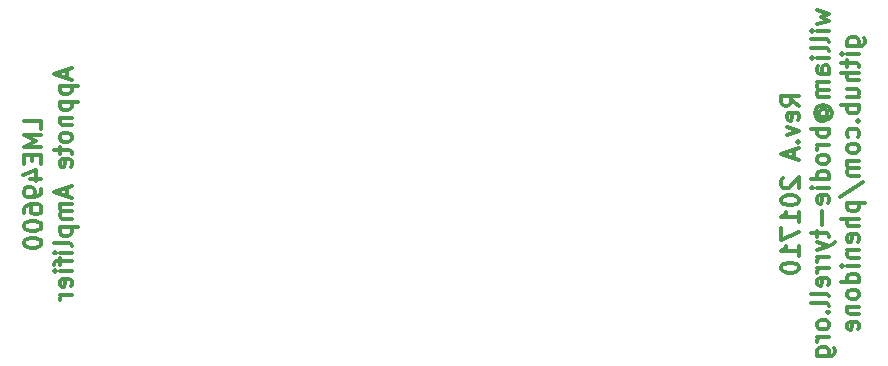
<source format=gbr>
G04 #@! TF.FileFunction,Legend,Bot*
%FSLAX46Y46*%
G04 Gerber Fmt 4.6, Leading zero omitted, Abs format (unit mm)*
G04 Created by KiCad (PCBNEW 4.0.5-e0-6337~49~ubuntu15.04.1) date Thu Oct 26 21:35:40 2017*
%MOMM*%
%LPD*%
G01*
G04 APERTURE LIST*
%ADD10C,0.100000*%
%ADD11C,0.300000*%
G04 APERTURE END LIST*
D10*
D11*
X145093571Y-36121430D02*
X146093571Y-36407144D01*
X145379286Y-36692858D01*
X146093571Y-36978573D01*
X145093571Y-37264287D01*
X146093571Y-37835716D02*
X145093571Y-37835716D01*
X144593571Y-37835716D02*
X144665000Y-37764287D01*
X144736429Y-37835716D01*
X144665000Y-37907144D01*
X144593571Y-37835716D01*
X144736429Y-37835716D01*
X146093571Y-38764288D02*
X146022143Y-38621430D01*
X145879286Y-38550002D01*
X144593571Y-38550002D01*
X146093571Y-39550002D02*
X146022143Y-39407144D01*
X145879286Y-39335716D01*
X144593571Y-39335716D01*
X146093571Y-40121430D02*
X145093571Y-40121430D01*
X144593571Y-40121430D02*
X144665000Y-40050001D01*
X144736429Y-40121430D01*
X144665000Y-40192858D01*
X144593571Y-40121430D01*
X144736429Y-40121430D01*
X146093571Y-41478573D02*
X145307857Y-41478573D01*
X145165000Y-41407144D01*
X145093571Y-41264287D01*
X145093571Y-40978573D01*
X145165000Y-40835716D01*
X146022143Y-41478573D02*
X146093571Y-41335716D01*
X146093571Y-40978573D01*
X146022143Y-40835716D01*
X145879286Y-40764287D01*
X145736429Y-40764287D01*
X145593571Y-40835716D01*
X145522143Y-40978573D01*
X145522143Y-41335716D01*
X145450714Y-41478573D01*
X146093571Y-42192859D02*
X145093571Y-42192859D01*
X145236429Y-42192859D02*
X145165000Y-42264287D01*
X145093571Y-42407145D01*
X145093571Y-42621430D01*
X145165000Y-42764287D01*
X145307857Y-42835716D01*
X146093571Y-42835716D01*
X145307857Y-42835716D02*
X145165000Y-42907145D01*
X145093571Y-43050002D01*
X145093571Y-43264287D01*
X145165000Y-43407145D01*
X145307857Y-43478573D01*
X146093571Y-43478573D01*
X145379286Y-45121430D02*
X145307857Y-45050002D01*
X145236429Y-44907145D01*
X145236429Y-44764287D01*
X145307857Y-44621430D01*
X145379286Y-44550002D01*
X145522143Y-44478573D01*
X145665000Y-44478573D01*
X145807857Y-44550002D01*
X145879286Y-44621430D01*
X145950714Y-44764287D01*
X145950714Y-44907145D01*
X145879286Y-45050002D01*
X145807857Y-45121430D01*
X145236429Y-45121430D02*
X145807857Y-45121430D01*
X145879286Y-45192859D01*
X145879286Y-45264287D01*
X145807857Y-45407145D01*
X145665000Y-45478573D01*
X145307857Y-45478573D01*
X145093571Y-45335716D01*
X144950714Y-45121430D01*
X144879286Y-44835716D01*
X144950714Y-44550002D01*
X145093571Y-44335716D01*
X145307857Y-44192859D01*
X145593571Y-44121430D01*
X145879286Y-44192859D01*
X146093571Y-44335716D01*
X146236429Y-44550002D01*
X146307857Y-44835716D01*
X146236429Y-45121430D01*
X146093571Y-45335716D01*
X146093571Y-46121430D02*
X144593571Y-46121430D01*
X145165000Y-46121430D02*
X145093571Y-46264287D01*
X145093571Y-46550001D01*
X145165000Y-46692858D01*
X145236429Y-46764287D01*
X145379286Y-46835716D01*
X145807857Y-46835716D01*
X145950714Y-46764287D01*
X146022143Y-46692858D01*
X146093571Y-46550001D01*
X146093571Y-46264287D01*
X146022143Y-46121430D01*
X146093571Y-47478573D02*
X145093571Y-47478573D01*
X145379286Y-47478573D02*
X145236429Y-47550001D01*
X145165000Y-47621430D01*
X145093571Y-47764287D01*
X145093571Y-47907144D01*
X146093571Y-48621430D02*
X146022143Y-48478572D01*
X145950714Y-48407144D01*
X145807857Y-48335715D01*
X145379286Y-48335715D01*
X145236429Y-48407144D01*
X145165000Y-48478572D01*
X145093571Y-48621430D01*
X145093571Y-48835715D01*
X145165000Y-48978572D01*
X145236429Y-49050001D01*
X145379286Y-49121430D01*
X145807857Y-49121430D01*
X145950714Y-49050001D01*
X146022143Y-48978572D01*
X146093571Y-48835715D01*
X146093571Y-48621430D01*
X146093571Y-50407144D02*
X144593571Y-50407144D01*
X146022143Y-50407144D02*
X146093571Y-50264287D01*
X146093571Y-49978573D01*
X146022143Y-49835715D01*
X145950714Y-49764287D01*
X145807857Y-49692858D01*
X145379286Y-49692858D01*
X145236429Y-49764287D01*
X145165000Y-49835715D01*
X145093571Y-49978573D01*
X145093571Y-50264287D01*
X145165000Y-50407144D01*
X146093571Y-51121430D02*
X145093571Y-51121430D01*
X144593571Y-51121430D02*
X144665000Y-51050001D01*
X144736429Y-51121430D01*
X144665000Y-51192858D01*
X144593571Y-51121430D01*
X144736429Y-51121430D01*
X146022143Y-52407144D02*
X146093571Y-52264287D01*
X146093571Y-51978573D01*
X146022143Y-51835716D01*
X145879286Y-51764287D01*
X145307857Y-51764287D01*
X145165000Y-51835716D01*
X145093571Y-51978573D01*
X145093571Y-52264287D01*
X145165000Y-52407144D01*
X145307857Y-52478573D01*
X145450714Y-52478573D01*
X145593571Y-51764287D01*
X145522143Y-53121430D02*
X145522143Y-54264287D01*
X145093571Y-54764287D02*
X145093571Y-55335716D01*
X144593571Y-54978573D02*
X145879286Y-54978573D01*
X146022143Y-55050001D01*
X146093571Y-55192859D01*
X146093571Y-55335716D01*
X145093571Y-55692859D02*
X146093571Y-56050002D01*
X145093571Y-56407144D02*
X146093571Y-56050002D01*
X146450714Y-55907144D01*
X146522143Y-55835716D01*
X146593571Y-55692859D01*
X146093571Y-56978573D02*
X145093571Y-56978573D01*
X145379286Y-56978573D02*
X145236429Y-57050001D01*
X145165000Y-57121430D01*
X145093571Y-57264287D01*
X145093571Y-57407144D01*
X146093571Y-57907144D02*
X145093571Y-57907144D01*
X145379286Y-57907144D02*
X145236429Y-57978572D01*
X145165000Y-58050001D01*
X145093571Y-58192858D01*
X145093571Y-58335715D01*
X146022143Y-59407143D02*
X146093571Y-59264286D01*
X146093571Y-58978572D01*
X146022143Y-58835715D01*
X145879286Y-58764286D01*
X145307857Y-58764286D01*
X145165000Y-58835715D01*
X145093571Y-58978572D01*
X145093571Y-59264286D01*
X145165000Y-59407143D01*
X145307857Y-59478572D01*
X145450714Y-59478572D01*
X145593571Y-58764286D01*
X146093571Y-60335715D02*
X146022143Y-60192857D01*
X145879286Y-60121429D01*
X144593571Y-60121429D01*
X146093571Y-61121429D02*
X146022143Y-60978571D01*
X145879286Y-60907143D01*
X144593571Y-60907143D01*
X145950714Y-61692857D02*
X146022143Y-61764285D01*
X146093571Y-61692857D01*
X146022143Y-61621428D01*
X145950714Y-61692857D01*
X146093571Y-61692857D01*
X146093571Y-62621429D02*
X146022143Y-62478571D01*
X145950714Y-62407143D01*
X145807857Y-62335714D01*
X145379286Y-62335714D01*
X145236429Y-62407143D01*
X145165000Y-62478571D01*
X145093571Y-62621429D01*
X145093571Y-62835714D01*
X145165000Y-62978571D01*
X145236429Y-63050000D01*
X145379286Y-63121429D01*
X145807857Y-63121429D01*
X145950714Y-63050000D01*
X146022143Y-62978571D01*
X146093571Y-62835714D01*
X146093571Y-62621429D01*
X146093571Y-63764286D02*
X145093571Y-63764286D01*
X145379286Y-63764286D02*
X145236429Y-63835714D01*
X145165000Y-63907143D01*
X145093571Y-64050000D01*
X145093571Y-64192857D01*
X145093571Y-65335714D02*
X146307857Y-65335714D01*
X146450714Y-65264285D01*
X146522143Y-65192857D01*
X146593571Y-65050000D01*
X146593571Y-64835714D01*
X146522143Y-64692857D01*
X146022143Y-65335714D02*
X146093571Y-65192857D01*
X146093571Y-64907143D01*
X146022143Y-64764285D01*
X145950714Y-64692857D01*
X145807857Y-64621428D01*
X145379286Y-64621428D01*
X145236429Y-64692857D01*
X145165000Y-64764285D01*
X145093571Y-64907143D01*
X145093571Y-65192857D01*
X145165000Y-65335714D01*
X79413571Y-46157144D02*
X79413571Y-45442858D01*
X77913571Y-45442858D01*
X79413571Y-46657144D02*
X77913571Y-46657144D01*
X78985000Y-47157144D01*
X77913571Y-47657144D01*
X79413571Y-47657144D01*
X78627857Y-48371430D02*
X78627857Y-48871430D01*
X79413571Y-49085716D02*
X79413571Y-48371430D01*
X77913571Y-48371430D01*
X77913571Y-49085716D01*
X78413571Y-50371430D02*
X79413571Y-50371430D01*
X77842143Y-50014287D02*
X78913571Y-49657144D01*
X78913571Y-50585716D01*
X79413571Y-51228572D02*
X79413571Y-51514287D01*
X79342143Y-51657144D01*
X79270714Y-51728572D01*
X79056429Y-51871430D01*
X78770714Y-51942858D01*
X78199286Y-51942858D01*
X78056429Y-51871430D01*
X77985000Y-51800001D01*
X77913571Y-51657144D01*
X77913571Y-51371430D01*
X77985000Y-51228572D01*
X78056429Y-51157144D01*
X78199286Y-51085715D01*
X78556429Y-51085715D01*
X78699286Y-51157144D01*
X78770714Y-51228572D01*
X78842143Y-51371430D01*
X78842143Y-51657144D01*
X78770714Y-51800001D01*
X78699286Y-51871430D01*
X78556429Y-51942858D01*
X77913571Y-53228572D02*
X77913571Y-52942858D01*
X77985000Y-52800001D01*
X78056429Y-52728572D01*
X78270714Y-52585715D01*
X78556429Y-52514286D01*
X79127857Y-52514286D01*
X79270714Y-52585715D01*
X79342143Y-52657143D01*
X79413571Y-52800001D01*
X79413571Y-53085715D01*
X79342143Y-53228572D01*
X79270714Y-53300001D01*
X79127857Y-53371429D01*
X78770714Y-53371429D01*
X78627857Y-53300001D01*
X78556429Y-53228572D01*
X78485000Y-53085715D01*
X78485000Y-52800001D01*
X78556429Y-52657143D01*
X78627857Y-52585715D01*
X78770714Y-52514286D01*
X77913571Y-54300000D02*
X77913571Y-54442857D01*
X77985000Y-54585714D01*
X78056429Y-54657143D01*
X78199286Y-54728572D01*
X78485000Y-54800000D01*
X78842143Y-54800000D01*
X79127857Y-54728572D01*
X79270714Y-54657143D01*
X79342143Y-54585714D01*
X79413571Y-54442857D01*
X79413571Y-54300000D01*
X79342143Y-54157143D01*
X79270714Y-54085714D01*
X79127857Y-54014286D01*
X78842143Y-53942857D01*
X78485000Y-53942857D01*
X78199286Y-54014286D01*
X78056429Y-54085714D01*
X77985000Y-54157143D01*
X77913571Y-54300000D01*
X77913571Y-55728571D02*
X77913571Y-55871428D01*
X77985000Y-56014285D01*
X78056429Y-56085714D01*
X78199286Y-56157143D01*
X78485000Y-56228571D01*
X78842143Y-56228571D01*
X79127857Y-56157143D01*
X79270714Y-56085714D01*
X79342143Y-56014285D01*
X79413571Y-55871428D01*
X79413571Y-55728571D01*
X79342143Y-55585714D01*
X79270714Y-55514285D01*
X79127857Y-55442857D01*
X78842143Y-55371428D01*
X78485000Y-55371428D01*
X78199286Y-55442857D01*
X78056429Y-55514285D01*
X77985000Y-55585714D01*
X77913571Y-55728571D01*
X81535000Y-41121429D02*
X81535000Y-41835715D01*
X81963571Y-40978572D02*
X80463571Y-41478572D01*
X81963571Y-41978572D01*
X80963571Y-42478572D02*
X82463571Y-42478572D01*
X81035000Y-42478572D02*
X80963571Y-42621429D01*
X80963571Y-42907143D01*
X81035000Y-43050000D01*
X81106429Y-43121429D01*
X81249286Y-43192858D01*
X81677857Y-43192858D01*
X81820714Y-43121429D01*
X81892143Y-43050000D01*
X81963571Y-42907143D01*
X81963571Y-42621429D01*
X81892143Y-42478572D01*
X80963571Y-43835715D02*
X82463571Y-43835715D01*
X81035000Y-43835715D02*
X80963571Y-43978572D01*
X80963571Y-44264286D01*
X81035000Y-44407143D01*
X81106429Y-44478572D01*
X81249286Y-44550001D01*
X81677857Y-44550001D01*
X81820714Y-44478572D01*
X81892143Y-44407143D01*
X81963571Y-44264286D01*
X81963571Y-43978572D01*
X81892143Y-43835715D01*
X80963571Y-45192858D02*
X81963571Y-45192858D01*
X81106429Y-45192858D02*
X81035000Y-45264286D01*
X80963571Y-45407144D01*
X80963571Y-45621429D01*
X81035000Y-45764286D01*
X81177857Y-45835715D01*
X81963571Y-45835715D01*
X81963571Y-46764287D02*
X81892143Y-46621429D01*
X81820714Y-46550001D01*
X81677857Y-46478572D01*
X81249286Y-46478572D01*
X81106429Y-46550001D01*
X81035000Y-46621429D01*
X80963571Y-46764287D01*
X80963571Y-46978572D01*
X81035000Y-47121429D01*
X81106429Y-47192858D01*
X81249286Y-47264287D01*
X81677857Y-47264287D01*
X81820714Y-47192858D01*
X81892143Y-47121429D01*
X81963571Y-46978572D01*
X81963571Y-46764287D01*
X80963571Y-47692858D02*
X80963571Y-48264287D01*
X80463571Y-47907144D02*
X81749286Y-47907144D01*
X81892143Y-47978572D01*
X81963571Y-48121430D01*
X81963571Y-48264287D01*
X81892143Y-49335715D02*
X81963571Y-49192858D01*
X81963571Y-48907144D01*
X81892143Y-48764287D01*
X81749286Y-48692858D01*
X81177857Y-48692858D01*
X81035000Y-48764287D01*
X80963571Y-48907144D01*
X80963571Y-49192858D01*
X81035000Y-49335715D01*
X81177857Y-49407144D01*
X81320714Y-49407144D01*
X81463571Y-48692858D01*
X81535000Y-51121429D02*
X81535000Y-51835715D01*
X81963571Y-50978572D02*
X80463571Y-51478572D01*
X81963571Y-51978572D01*
X81963571Y-52478572D02*
X80963571Y-52478572D01*
X81106429Y-52478572D02*
X81035000Y-52550000D01*
X80963571Y-52692858D01*
X80963571Y-52907143D01*
X81035000Y-53050000D01*
X81177857Y-53121429D01*
X81963571Y-53121429D01*
X81177857Y-53121429D02*
X81035000Y-53192858D01*
X80963571Y-53335715D01*
X80963571Y-53550000D01*
X81035000Y-53692858D01*
X81177857Y-53764286D01*
X81963571Y-53764286D01*
X80963571Y-54478572D02*
X82463571Y-54478572D01*
X81035000Y-54478572D02*
X80963571Y-54621429D01*
X80963571Y-54907143D01*
X81035000Y-55050000D01*
X81106429Y-55121429D01*
X81249286Y-55192858D01*
X81677857Y-55192858D01*
X81820714Y-55121429D01*
X81892143Y-55050000D01*
X81963571Y-54907143D01*
X81963571Y-54621429D01*
X81892143Y-54478572D01*
X81963571Y-56050001D02*
X81892143Y-55907143D01*
X81749286Y-55835715D01*
X80463571Y-55835715D01*
X81963571Y-56621429D02*
X80963571Y-56621429D01*
X80463571Y-56621429D02*
X80535000Y-56550000D01*
X80606429Y-56621429D01*
X80535000Y-56692857D01*
X80463571Y-56621429D01*
X80606429Y-56621429D01*
X80963571Y-57121429D02*
X80963571Y-57692858D01*
X81963571Y-57335715D02*
X80677857Y-57335715D01*
X80535000Y-57407143D01*
X80463571Y-57550001D01*
X80463571Y-57692858D01*
X81963571Y-58192858D02*
X80963571Y-58192858D01*
X80463571Y-58192858D02*
X80535000Y-58121429D01*
X80606429Y-58192858D01*
X80535000Y-58264286D01*
X80463571Y-58192858D01*
X80606429Y-58192858D01*
X81892143Y-59478572D02*
X81963571Y-59335715D01*
X81963571Y-59050001D01*
X81892143Y-58907144D01*
X81749286Y-58835715D01*
X81177857Y-58835715D01*
X81035000Y-58907144D01*
X80963571Y-59050001D01*
X80963571Y-59335715D01*
X81035000Y-59478572D01*
X81177857Y-59550001D01*
X81320714Y-59550001D01*
X81463571Y-58835715D01*
X81963571Y-60192858D02*
X80963571Y-60192858D01*
X81249286Y-60192858D02*
X81106429Y-60264286D01*
X81035000Y-60335715D01*
X80963571Y-60478572D01*
X80963571Y-60621429D01*
X143553571Y-44192859D02*
X142839286Y-43692859D01*
X143553571Y-43335716D02*
X142053571Y-43335716D01*
X142053571Y-43907144D01*
X142125000Y-44050002D01*
X142196429Y-44121430D01*
X142339286Y-44192859D01*
X142553571Y-44192859D01*
X142696429Y-44121430D01*
X142767857Y-44050002D01*
X142839286Y-43907144D01*
X142839286Y-43335716D01*
X143482143Y-45407144D02*
X143553571Y-45264287D01*
X143553571Y-44978573D01*
X143482143Y-44835716D01*
X143339286Y-44764287D01*
X142767857Y-44764287D01*
X142625000Y-44835716D01*
X142553571Y-44978573D01*
X142553571Y-45264287D01*
X142625000Y-45407144D01*
X142767857Y-45478573D01*
X142910714Y-45478573D01*
X143053571Y-44764287D01*
X142553571Y-45978573D02*
X143553571Y-46335716D01*
X142553571Y-46692858D01*
X143410714Y-47264287D02*
X143482143Y-47335715D01*
X143553571Y-47264287D01*
X143482143Y-47192858D01*
X143410714Y-47264287D01*
X143553571Y-47264287D01*
X143125000Y-47907144D02*
X143125000Y-48621430D01*
X143553571Y-47764287D02*
X142053571Y-48264287D01*
X143553571Y-48764287D01*
X142196429Y-50335715D02*
X142125000Y-50407144D01*
X142053571Y-50550001D01*
X142053571Y-50907144D01*
X142125000Y-51050001D01*
X142196429Y-51121430D01*
X142339286Y-51192858D01*
X142482143Y-51192858D01*
X142696429Y-51121430D01*
X143553571Y-50264287D01*
X143553571Y-51192858D01*
X142053571Y-52121429D02*
X142053571Y-52264286D01*
X142125000Y-52407143D01*
X142196429Y-52478572D01*
X142339286Y-52550001D01*
X142625000Y-52621429D01*
X142982143Y-52621429D01*
X143267857Y-52550001D01*
X143410714Y-52478572D01*
X143482143Y-52407143D01*
X143553571Y-52264286D01*
X143553571Y-52121429D01*
X143482143Y-51978572D01*
X143410714Y-51907143D01*
X143267857Y-51835715D01*
X142982143Y-51764286D01*
X142625000Y-51764286D01*
X142339286Y-51835715D01*
X142196429Y-51907143D01*
X142125000Y-51978572D01*
X142053571Y-52121429D01*
X143553571Y-54050000D02*
X143553571Y-53192857D01*
X143553571Y-53621429D02*
X142053571Y-53621429D01*
X142267857Y-53478572D01*
X142410714Y-53335714D01*
X142482143Y-53192857D01*
X142053571Y-54550000D02*
X142053571Y-55550000D01*
X143553571Y-54907143D01*
X143553571Y-56907142D02*
X143553571Y-56049999D01*
X143553571Y-56478571D02*
X142053571Y-56478571D01*
X142267857Y-56335714D01*
X142410714Y-56192856D01*
X142482143Y-56049999D01*
X142053571Y-57835713D02*
X142053571Y-57978570D01*
X142125000Y-58121427D01*
X142196429Y-58192856D01*
X142339286Y-58264285D01*
X142625000Y-58335713D01*
X142982143Y-58335713D01*
X143267857Y-58264285D01*
X143410714Y-58192856D01*
X143482143Y-58121427D01*
X143553571Y-57978570D01*
X143553571Y-57835713D01*
X143482143Y-57692856D01*
X143410714Y-57621427D01*
X143267857Y-57549999D01*
X142982143Y-57478570D01*
X142625000Y-57478570D01*
X142339286Y-57549999D01*
X142196429Y-57621427D01*
X142125000Y-57692856D01*
X142053571Y-57835713D01*
X147633571Y-39121428D02*
X148847857Y-39121428D01*
X148990714Y-39049999D01*
X149062143Y-38978571D01*
X149133571Y-38835714D01*
X149133571Y-38621428D01*
X149062143Y-38478571D01*
X148562143Y-39121428D02*
X148633571Y-38978571D01*
X148633571Y-38692857D01*
X148562143Y-38549999D01*
X148490714Y-38478571D01*
X148347857Y-38407142D01*
X147919286Y-38407142D01*
X147776429Y-38478571D01*
X147705000Y-38549999D01*
X147633571Y-38692857D01*
X147633571Y-38978571D01*
X147705000Y-39121428D01*
X148633571Y-39835714D02*
X147633571Y-39835714D01*
X147133571Y-39835714D02*
X147205000Y-39764285D01*
X147276429Y-39835714D01*
X147205000Y-39907142D01*
X147133571Y-39835714D01*
X147276429Y-39835714D01*
X147633571Y-40335714D02*
X147633571Y-40907143D01*
X147133571Y-40550000D02*
X148419286Y-40550000D01*
X148562143Y-40621428D01*
X148633571Y-40764286D01*
X148633571Y-40907143D01*
X148633571Y-41407143D02*
X147133571Y-41407143D01*
X148633571Y-42050000D02*
X147847857Y-42050000D01*
X147705000Y-41978571D01*
X147633571Y-41835714D01*
X147633571Y-41621429D01*
X147705000Y-41478571D01*
X147776429Y-41407143D01*
X147633571Y-43407143D02*
X148633571Y-43407143D01*
X147633571Y-42764286D02*
X148419286Y-42764286D01*
X148562143Y-42835714D01*
X148633571Y-42978572D01*
X148633571Y-43192857D01*
X148562143Y-43335714D01*
X148490714Y-43407143D01*
X148633571Y-44121429D02*
X147133571Y-44121429D01*
X147705000Y-44121429D02*
X147633571Y-44264286D01*
X147633571Y-44550000D01*
X147705000Y-44692857D01*
X147776429Y-44764286D01*
X147919286Y-44835715D01*
X148347857Y-44835715D01*
X148490714Y-44764286D01*
X148562143Y-44692857D01*
X148633571Y-44550000D01*
X148633571Y-44264286D01*
X148562143Y-44121429D01*
X148490714Y-45478572D02*
X148562143Y-45550000D01*
X148633571Y-45478572D01*
X148562143Y-45407143D01*
X148490714Y-45478572D01*
X148633571Y-45478572D01*
X148562143Y-46835715D02*
X148633571Y-46692858D01*
X148633571Y-46407144D01*
X148562143Y-46264286D01*
X148490714Y-46192858D01*
X148347857Y-46121429D01*
X147919286Y-46121429D01*
X147776429Y-46192858D01*
X147705000Y-46264286D01*
X147633571Y-46407144D01*
X147633571Y-46692858D01*
X147705000Y-46835715D01*
X148633571Y-47692858D02*
X148562143Y-47550000D01*
X148490714Y-47478572D01*
X148347857Y-47407143D01*
X147919286Y-47407143D01*
X147776429Y-47478572D01*
X147705000Y-47550000D01*
X147633571Y-47692858D01*
X147633571Y-47907143D01*
X147705000Y-48050000D01*
X147776429Y-48121429D01*
X147919286Y-48192858D01*
X148347857Y-48192858D01*
X148490714Y-48121429D01*
X148562143Y-48050000D01*
X148633571Y-47907143D01*
X148633571Y-47692858D01*
X148633571Y-48835715D02*
X147633571Y-48835715D01*
X147776429Y-48835715D02*
X147705000Y-48907143D01*
X147633571Y-49050001D01*
X147633571Y-49264286D01*
X147705000Y-49407143D01*
X147847857Y-49478572D01*
X148633571Y-49478572D01*
X147847857Y-49478572D02*
X147705000Y-49550001D01*
X147633571Y-49692858D01*
X147633571Y-49907143D01*
X147705000Y-50050001D01*
X147847857Y-50121429D01*
X148633571Y-50121429D01*
X147062143Y-51907143D02*
X148990714Y-50621429D01*
X147633571Y-52407144D02*
X149133571Y-52407144D01*
X147705000Y-52407144D02*
X147633571Y-52550001D01*
X147633571Y-52835715D01*
X147705000Y-52978572D01*
X147776429Y-53050001D01*
X147919286Y-53121430D01*
X148347857Y-53121430D01*
X148490714Y-53050001D01*
X148562143Y-52978572D01*
X148633571Y-52835715D01*
X148633571Y-52550001D01*
X148562143Y-52407144D01*
X148633571Y-53764287D02*
X147133571Y-53764287D01*
X148633571Y-54407144D02*
X147847857Y-54407144D01*
X147705000Y-54335715D01*
X147633571Y-54192858D01*
X147633571Y-53978573D01*
X147705000Y-53835715D01*
X147776429Y-53764287D01*
X148562143Y-55692858D02*
X148633571Y-55550001D01*
X148633571Y-55264287D01*
X148562143Y-55121430D01*
X148419286Y-55050001D01*
X147847857Y-55050001D01*
X147705000Y-55121430D01*
X147633571Y-55264287D01*
X147633571Y-55550001D01*
X147705000Y-55692858D01*
X147847857Y-55764287D01*
X147990714Y-55764287D01*
X148133571Y-55050001D01*
X147633571Y-56407144D02*
X148633571Y-56407144D01*
X147776429Y-56407144D02*
X147705000Y-56478572D01*
X147633571Y-56621430D01*
X147633571Y-56835715D01*
X147705000Y-56978572D01*
X147847857Y-57050001D01*
X148633571Y-57050001D01*
X148633571Y-57764287D02*
X147633571Y-57764287D01*
X147133571Y-57764287D02*
X147205000Y-57692858D01*
X147276429Y-57764287D01*
X147205000Y-57835715D01*
X147133571Y-57764287D01*
X147276429Y-57764287D01*
X148633571Y-59121430D02*
X147133571Y-59121430D01*
X148562143Y-59121430D02*
X148633571Y-58978573D01*
X148633571Y-58692859D01*
X148562143Y-58550001D01*
X148490714Y-58478573D01*
X148347857Y-58407144D01*
X147919286Y-58407144D01*
X147776429Y-58478573D01*
X147705000Y-58550001D01*
X147633571Y-58692859D01*
X147633571Y-58978573D01*
X147705000Y-59121430D01*
X148633571Y-60050002D02*
X148562143Y-59907144D01*
X148490714Y-59835716D01*
X148347857Y-59764287D01*
X147919286Y-59764287D01*
X147776429Y-59835716D01*
X147705000Y-59907144D01*
X147633571Y-60050002D01*
X147633571Y-60264287D01*
X147705000Y-60407144D01*
X147776429Y-60478573D01*
X147919286Y-60550002D01*
X148347857Y-60550002D01*
X148490714Y-60478573D01*
X148562143Y-60407144D01*
X148633571Y-60264287D01*
X148633571Y-60050002D01*
X147633571Y-61192859D02*
X148633571Y-61192859D01*
X147776429Y-61192859D02*
X147705000Y-61264287D01*
X147633571Y-61407145D01*
X147633571Y-61621430D01*
X147705000Y-61764287D01*
X147847857Y-61835716D01*
X148633571Y-61835716D01*
X148562143Y-63121430D02*
X148633571Y-62978573D01*
X148633571Y-62692859D01*
X148562143Y-62550002D01*
X148419286Y-62478573D01*
X147847857Y-62478573D01*
X147705000Y-62550002D01*
X147633571Y-62692859D01*
X147633571Y-62978573D01*
X147705000Y-63121430D01*
X147847857Y-63192859D01*
X147990714Y-63192859D01*
X148133571Y-62478573D01*
M02*

</source>
